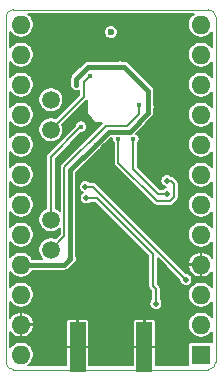
<source format=gbr>
%TF.GenerationSoftware,KiCad,Pcbnew,5.1.5+dfsg1-2~bpo10+1*%
%TF.CreationDate,Date%
%TF.ProjectId,ProMicro_GPS,50726f4d-6963-4726-9f5f-4750532e6b69,v3.1*%
%TF.SameCoordinates,Original*%
%TF.FileFunction,Copper,L2,Bot*%
%TF.FilePolarity,Positive*%
%FSLAX45Y45*%
G04 Gerber Fmt 4.5, Leading zero omitted, Abs format (unit mm)*
G04 Created by KiCad*
%MOMM*%
%LPD*%
G04 APERTURE LIST*
%ADD10C,0.100000*%
%ADD11O,1.600000X1.600000*%
%ADD12R,1.600000X1.600000*%
%ADD13C,0.600000*%
%ADD14C,1.500000*%
%ADD15R,1.350000X4.200000*%
%ADD16C,0.450000*%
%ADD17C,0.500000*%
%ADD18C,0.400000*%
%ADD19C,0.200000*%
%ADD20C,0.200000*%
%ADD21C,0.350000*%
G04 APERTURE END LIST*
D10*
X127000Y2857500D02*
X127000Y-63500D01*
X-1587500Y-127000D02*
G75*
G02X-1651000Y-63500I0J63500D01*
G01*
X-1651000Y2857500D02*
G75*
G02X-1587500Y2921000I63500J0D01*
G01*
X63500Y2921000D02*
G75*
G02X127000Y2857500I0J-63500D01*
G01*
X127000Y-63500D02*
G75*
G02X63500Y-127000I-63500J0D01*
G01*
X-1587500Y2921000D02*
X63500Y2921000D01*
X-1651000Y-63500D02*
X-1651000Y2857500D01*
X63500Y-127000D02*
X-1587500Y-127000D01*
D11*
X-1524000Y0D03*
X-1524000Y254000D03*
X-1524000Y508000D03*
X0Y2794000D03*
X-1524000Y762000D03*
X0Y2540000D03*
X-1524000Y1016000D03*
X0Y2286000D03*
X-1524000Y1270000D03*
X0Y2032000D03*
X-1524000Y1524000D03*
X0Y1778000D03*
X-1524000Y1778000D03*
X0Y1524000D03*
X-1524000Y2032000D03*
X0Y1270000D03*
X-1524000Y2286000D03*
X0Y1016000D03*
X-1524000Y2540000D03*
X0Y762000D03*
X-1524000Y2794000D03*
X0Y508000D03*
X0Y254000D03*
D12*
X0Y0D03*
D13*
X-762000Y2730500D03*
D14*
X-1270000Y889000D03*
X-1270000Y1143000D03*
X-1270000Y1905000D03*
X-1270000Y2159000D03*
D15*
X-479500Y63500D03*
X-1044500Y63500D03*
D16*
X-1168400Y1689100D03*
D17*
X-838200Y292100D03*
X-685800Y292100D03*
X-635000Y203200D03*
X-889000Y203200D03*
X-431800Y1041400D03*
X-825500Y635000D03*
X-1003300Y609600D03*
X-1219200Y406400D03*
X-812800Y1117600D03*
X-698500Y1016000D03*
X-114300Y1651000D03*
X-546100Y1155700D03*
X-660400Y1270000D03*
X-571500Y889000D03*
X-952500Y762000D03*
X-762000Y698500D03*
X-698500Y762000D03*
X-635000Y825500D03*
X-762000Y952500D03*
X-825500Y889000D03*
X-889000Y825500D03*
X-571500Y635000D03*
X-508000Y698500D03*
X-444500Y1257300D03*
X-342900Y215900D03*
X-1181100Y215900D03*
X-431800Y1536700D03*
X-774700Y1384300D03*
X-1219200Y596900D03*
X-349250Y609600D03*
D16*
X-946150Y1974850D03*
X-1028700Y1524000D03*
X-1028700Y1079500D03*
X-889000Y1638300D03*
X-660400Y1485900D03*
X-571500Y1397000D03*
X-508000Y1638300D03*
X-482600Y1879600D03*
X-889000Y2514600D03*
X-774700Y2514600D03*
X-63500Y2159000D03*
X-381000Y2286000D03*
X-1104900Y1968500D03*
X-1397000Y2413000D03*
X-1397000Y2667000D03*
X-127000Y2667000D03*
X-127000Y1905000D03*
X-1104900Y2209800D03*
D17*
X-1105101Y813000D03*
D16*
X-685800Y2438400D03*
X-889000Y1778000D03*
X-444500Y2095500D03*
X-1054100Y2286000D03*
X-1016000Y1930400D03*
X-524128Y2111634D03*
X-939800Y2362200D03*
D17*
X-971550Y1327150D03*
X-381000Y431800D03*
X-287000Y1473000D03*
D16*
X-698500Y1823449D03*
D17*
X-287000Y1363000D03*
D16*
X-571500Y1823449D03*
D17*
X-127000Y635000D03*
X-977900Y1422400D03*
D18*
X-1524000Y762000D02*
X-1156101Y762000D01*
X-1156101Y762000D02*
X-1130101Y788000D01*
X-1130101Y788000D02*
X-1105101Y813000D01*
X-1104900Y1562100D02*
X-889000Y1778000D01*
X-1104900Y1524000D02*
X-1104900Y1562100D01*
X-1105101Y1523799D02*
X-1104900Y1524000D01*
X-1105101Y813000D02*
X-1105101Y1523799D01*
X-603250Y1885950D02*
X-444500Y2044700D01*
X-781050Y1885950D02*
X-603250Y1885950D01*
X-889000Y1778000D02*
X-781050Y1885950D01*
X-444500Y2044700D02*
X-444500Y2095500D01*
X-952500Y2438400D02*
X-1054100Y2336800D01*
X-685800Y2438400D02*
X-952500Y2438400D01*
X-1054100Y2317820D02*
X-1054100Y2286000D01*
X-1054100Y2336800D02*
X-1054100Y2317820D01*
X-647700Y2438400D02*
X-685800Y2438400D01*
X-444500Y2235200D02*
X-647700Y2438400D01*
X-444500Y2095500D02*
X-444500Y2235200D01*
D19*
X-1270000Y1143000D02*
X-1270000Y1676400D01*
X-1270000Y1676400D02*
X-1038500Y1907900D01*
X-1038500Y1907900D02*
X-1016000Y1930400D01*
X-1155700Y1003300D02*
X-1270000Y889000D01*
X-1155700Y1587500D02*
X-1155700Y1003300D01*
X-804701Y1938499D02*
X-1155700Y1587500D01*
X-621413Y1938499D02*
X-804701Y1938499D01*
X-524128Y2035784D02*
X-621413Y1938499D01*
X-524128Y2111634D02*
X-524128Y2035784D01*
X-939800Y2362200D02*
X-990600Y2311400D01*
X-990600Y2311400D02*
X-990600Y2184400D01*
X-990600Y2184400D02*
X-1270000Y1905000D01*
X-381000Y558800D02*
X-381000Y431800D01*
X-406000Y583800D02*
X-381000Y558800D01*
X-406000Y850500D02*
X-406000Y583800D01*
X-882650Y1327150D02*
X-406000Y850500D01*
X-971550Y1327150D02*
X-882650Y1327150D01*
X-698500Y1625600D02*
X-698500Y1791629D01*
X-698500Y1791629D02*
X-698500Y1823449D01*
X-260350Y1301750D02*
X-374650Y1301750D01*
X-228600Y1333500D02*
X-260350Y1301750D01*
X-228600Y1447800D02*
X-228600Y1333500D01*
X-374650Y1301750D02*
X-698500Y1625600D01*
X-253800Y1473000D02*
X-228600Y1447800D01*
X-287000Y1473000D02*
X-253800Y1473000D01*
X-571500Y1569600D02*
X-571500Y1823449D01*
X-364900Y1363000D02*
X-571500Y1569600D01*
X-287000Y1363000D02*
X-364900Y1363000D01*
X-914400Y1422400D02*
X-977900Y1422400D01*
X-127000Y635000D02*
X-914400Y1422400D01*
G36*
X-70121Y2879442D02*
G01*
X-85443Y2864121D01*
X-97481Y2846104D01*
X-105773Y2826086D01*
X-110000Y2804834D01*
X-110000Y2783166D01*
X-105773Y2761914D01*
X-97481Y2741896D01*
X-85443Y2723879D01*
X-70121Y2708558D01*
X-52104Y2696519D01*
X-32086Y2688227D01*
X-10834Y2684000D01*
X10834Y2684000D01*
X32086Y2688227D01*
X52104Y2696519D01*
X70121Y2708558D01*
X85443Y2723879D01*
X92000Y2733693D01*
X92000Y2600307D01*
X85443Y2610121D01*
X70121Y2625443D01*
X52104Y2637481D01*
X32086Y2645773D01*
X10834Y2650000D01*
X-10834Y2650000D01*
X-32086Y2645773D01*
X-52104Y2637481D01*
X-70121Y2625443D01*
X-85443Y2610121D01*
X-97481Y2592105D01*
X-105773Y2572086D01*
X-110000Y2550834D01*
X-110000Y2529166D01*
X-105773Y2507914D01*
X-97481Y2487896D01*
X-85443Y2469879D01*
X-70121Y2454558D01*
X-52104Y2442519D01*
X-32086Y2434227D01*
X-10834Y2430000D01*
X10834Y2430000D01*
X32086Y2434227D01*
X52104Y2442519D01*
X70121Y2454558D01*
X85443Y2469879D01*
X92000Y2479693D01*
X92000Y2346307D01*
X85443Y2356121D01*
X70121Y2371443D01*
X52104Y2383481D01*
X32086Y2391773D01*
X10834Y2396000D01*
X-10834Y2396000D01*
X-32086Y2391773D01*
X-52104Y2383481D01*
X-70121Y2371443D01*
X-85443Y2356121D01*
X-97481Y2338105D01*
X-105773Y2318086D01*
X-110000Y2296834D01*
X-110000Y2275166D01*
X-105773Y2253914D01*
X-97481Y2233896D01*
X-85443Y2215879D01*
X-70121Y2200558D01*
X-52104Y2188519D01*
X-32086Y2180227D01*
X-10834Y2176000D01*
X10834Y2176000D01*
X32086Y2180227D01*
X52104Y2188519D01*
X70121Y2200558D01*
X85443Y2215879D01*
X92000Y2225693D01*
X92000Y2092307D01*
X85443Y2102121D01*
X70121Y2117443D01*
X52104Y2129481D01*
X32086Y2137773D01*
X10834Y2142000D01*
X-10834Y2142000D01*
X-32086Y2137773D01*
X-52104Y2129481D01*
X-70121Y2117443D01*
X-85443Y2102121D01*
X-97481Y2084104D01*
X-105773Y2064086D01*
X-110000Y2042834D01*
X-110000Y2021166D01*
X-105773Y1999914D01*
X-97481Y1979895D01*
X-85443Y1961879D01*
X-70121Y1946557D01*
X-52104Y1934519D01*
X-32086Y1926227D01*
X-10834Y1922000D01*
X10834Y1922000D01*
X32086Y1926227D01*
X52104Y1934519D01*
X70121Y1946557D01*
X85443Y1961879D01*
X92000Y1971693D01*
X92000Y1838307D01*
X85443Y1848121D01*
X70121Y1863442D01*
X52104Y1875481D01*
X32086Y1883773D01*
X10834Y1888000D01*
X-10834Y1888000D01*
X-32086Y1883773D01*
X-52104Y1875481D01*
X-70121Y1863442D01*
X-85443Y1848121D01*
X-97481Y1830104D01*
X-105773Y1810086D01*
X-110000Y1788834D01*
X-110000Y1767166D01*
X-105773Y1745914D01*
X-97481Y1725895D01*
X-85443Y1707879D01*
X-70121Y1692557D01*
X-52104Y1680519D01*
X-32086Y1672227D01*
X-10834Y1668000D01*
X10834Y1668000D01*
X32086Y1672227D01*
X52104Y1680519D01*
X70121Y1692557D01*
X85443Y1707879D01*
X92000Y1717693D01*
X92000Y1584307D01*
X85443Y1594121D01*
X70121Y1609442D01*
X52104Y1621481D01*
X32086Y1629773D01*
X10834Y1634000D01*
X-10834Y1634000D01*
X-32086Y1629773D01*
X-52104Y1621481D01*
X-70121Y1609442D01*
X-85443Y1594121D01*
X-97481Y1576104D01*
X-105773Y1556086D01*
X-110000Y1534834D01*
X-110000Y1513166D01*
X-105773Y1491914D01*
X-97481Y1471895D01*
X-85443Y1453879D01*
X-70121Y1438557D01*
X-52104Y1426519D01*
X-32086Y1418227D01*
X-10834Y1414000D01*
X10834Y1414000D01*
X32086Y1418227D01*
X52104Y1426519D01*
X70121Y1438557D01*
X85443Y1453879D01*
X92000Y1463693D01*
X92000Y1330307D01*
X85443Y1340121D01*
X70121Y1355443D01*
X52104Y1367481D01*
X32086Y1375773D01*
X10834Y1380000D01*
X-10834Y1380000D01*
X-32086Y1375773D01*
X-52104Y1367481D01*
X-70121Y1355443D01*
X-85443Y1340121D01*
X-97481Y1322105D01*
X-105773Y1302086D01*
X-110000Y1280834D01*
X-110000Y1259166D01*
X-105773Y1237914D01*
X-97481Y1217896D01*
X-85443Y1199879D01*
X-70121Y1184558D01*
X-52104Y1172519D01*
X-32086Y1164227D01*
X-10834Y1160000D01*
X10834Y1160000D01*
X32086Y1164227D01*
X52104Y1172519D01*
X70121Y1184558D01*
X85443Y1199879D01*
X92000Y1209693D01*
X92000Y1076307D01*
X85443Y1086121D01*
X70121Y1101443D01*
X52104Y1113481D01*
X32086Y1121773D01*
X10834Y1126000D01*
X-10834Y1126000D01*
X-32086Y1121773D01*
X-52104Y1113481D01*
X-70121Y1101443D01*
X-85443Y1086121D01*
X-97481Y1068105D01*
X-105773Y1048086D01*
X-110000Y1026834D01*
X-110000Y1005166D01*
X-105773Y983914D01*
X-97481Y963895D01*
X-85443Y945879D01*
X-70121Y930557D01*
X-52104Y918519D01*
X-32086Y910227D01*
X-10834Y906000D01*
X10834Y906000D01*
X32086Y910227D01*
X52104Y918519D01*
X70121Y930557D01*
X85443Y945879D01*
X92000Y955693D01*
X92000Y821808D01*
X90438Y824617D01*
X76485Y841058D01*
X59592Y854460D01*
X40409Y864309D01*
X19673Y870227D01*
X2500Y864472D01*
X2500Y764500D01*
X4500Y764500D01*
X4500Y759500D01*
X2500Y759500D01*
X2500Y659528D01*
X19673Y653773D01*
X40409Y659691D01*
X59592Y669540D01*
X76485Y682942D01*
X90438Y699383D01*
X92000Y702192D01*
X92000Y568307D01*
X85443Y578121D01*
X70121Y593443D01*
X52104Y605481D01*
X32086Y613773D01*
X10834Y618000D01*
X-10834Y618000D01*
X-32086Y613773D01*
X-52104Y605481D01*
X-70121Y593443D01*
X-85443Y578121D01*
X-97481Y560105D01*
X-105773Y540086D01*
X-110000Y518834D01*
X-110000Y497166D01*
X-105773Y475914D01*
X-97481Y455895D01*
X-85443Y437879D01*
X-70121Y422557D01*
X-52104Y410519D01*
X-32086Y402227D01*
X-10834Y398000D01*
X10834Y398000D01*
X32086Y402227D01*
X52104Y410519D01*
X70121Y422557D01*
X85443Y437879D01*
X92000Y447693D01*
X92000Y314307D01*
X85443Y324121D01*
X70121Y339443D01*
X52104Y351481D01*
X32086Y359773D01*
X10834Y364000D01*
X-10834Y364000D01*
X-32086Y359773D01*
X-52104Y351481D01*
X-70121Y339443D01*
X-85443Y324121D01*
X-97481Y306105D01*
X-105773Y286086D01*
X-110000Y264834D01*
X-110000Y243166D01*
X-105773Y221914D01*
X-97481Y201895D01*
X-85443Y183879D01*
X-70121Y168558D01*
X-52104Y156519D01*
X-32086Y148227D01*
X-10834Y144000D01*
X10834Y144000D01*
X32086Y148227D01*
X52104Y156519D01*
X70121Y168558D01*
X85443Y183879D01*
X92000Y193693D01*
X92000Y107602D01*
X91536Y107850D01*
X85881Y109566D01*
X80000Y110145D01*
X-80000Y110145D01*
X-85881Y109566D01*
X-91536Y107850D01*
X-96748Y105065D01*
X-101316Y101316D01*
X-105065Y96748D01*
X-107850Y91536D01*
X-109566Y85881D01*
X-110145Y80000D01*
X-110145Y-80000D01*
X-109566Y-85881D01*
X-107850Y-91536D01*
X-107602Y-92000D01*
X-381894Y-92000D01*
X-382000Y53500D01*
X-389500Y61000D01*
X-477000Y61000D01*
X-477000Y59000D01*
X-482000Y59000D01*
X-482000Y61000D01*
X-569500Y61000D01*
X-577000Y53500D01*
X-577106Y-92000D01*
X-946894Y-92000D01*
X-947000Y53500D01*
X-954500Y61000D01*
X-1042000Y61000D01*
X-1042000Y59000D01*
X-1047000Y59000D01*
X-1047000Y61000D01*
X-1134500Y61000D01*
X-1142000Y53500D01*
X-1142106Y-92000D01*
X-1463693Y-92000D01*
X-1453879Y-85443D01*
X-1438557Y-70121D01*
X-1426519Y-52104D01*
X-1418227Y-32086D01*
X-1414000Y-10834D01*
X-1414000Y10834D01*
X-1418227Y32086D01*
X-1426519Y52104D01*
X-1438557Y70121D01*
X-1453879Y85443D01*
X-1471895Y97481D01*
X-1491914Y105773D01*
X-1513166Y110000D01*
X-1534834Y110000D01*
X-1556086Y105773D01*
X-1576104Y97481D01*
X-1594121Y85443D01*
X-1609442Y70121D01*
X-1616000Y60307D01*
X-1616000Y194192D01*
X-1614438Y191383D01*
X-1600485Y174942D01*
X-1583592Y161540D01*
X-1564409Y151691D01*
X-1543673Y145773D01*
X-1526500Y151528D01*
X-1526500Y251500D01*
X-1521500Y251500D01*
X-1521500Y151528D01*
X-1504327Y145773D01*
X-1483591Y151691D01*
X-1464408Y161540D01*
X-1447515Y174942D01*
X-1433562Y191383D01*
X-1423083Y210230D01*
X-1416483Y230759D01*
X-1415773Y234327D01*
X-1421530Y251500D01*
X-1521500Y251500D01*
X-1526500Y251500D01*
X-1528500Y251500D01*
X-1528500Y256500D01*
X-1526500Y256500D01*
X-1526500Y356472D01*
X-1521500Y356472D01*
X-1521500Y256500D01*
X-1421530Y256500D01*
X-1415831Y273500D01*
X-1142145Y273500D01*
X-1142000Y73500D01*
X-1134500Y66000D01*
X-1047000Y66000D01*
X-1047000Y296000D01*
X-1042000Y296000D01*
X-1042000Y66000D01*
X-954500Y66000D01*
X-947000Y73500D01*
X-946855Y273500D01*
X-577145Y273500D01*
X-577000Y73500D01*
X-569500Y66000D01*
X-482000Y66000D01*
X-482000Y296000D01*
X-477000Y296000D01*
X-477000Y66000D01*
X-389500Y66000D01*
X-382000Y73500D01*
X-381855Y273500D01*
X-382434Y279381D01*
X-384149Y285036D01*
X-386935Y290248D01*
X-390684Y294816D01*
X-395252Y298565D01*
X-400464Y301351D01*
X-406119Y303066D01*
X-412000Y303645D01*
X-469500Y303500D01*
X-477000Y296000D01*
X-482000Y296000D01*
X-489500Y303500D01*
X-547000Y303645D01*
X-552881Y303066D01*
X-558536Y301351D01*
X-563748Y298565D01*
X-568316Y294816D01*
X-572065Y290248D01*
X-574851Y285036D01*
X-576566Y279381D01*
X-577145Y273500D01*
X-946855Y273500D01*
X-947434Y279381D01*
X-949149Y285036D01*
X-951935Y290248D01*
X-955684Y294816D01*
X-960252Y298565D01*
X-965464Y301351D01*
X-971119Y303066D01*
X-977000Y303645D01*
X-1034500Y303500D01*
X-1042000Y296000D01*
X-1047000Y296000D01*
X-1054500Y303500D01*
X-1112000Y303645D01*
X-1117881Y303066D01*
X-1123536Y301351D01*
X-1128748Y298565D01*
X-1133316Y294816D01*
X-1137065Y290248D01*
X-1139851Y285036D01*
X-1141566Y279381D01*
X-1142145Y273500D01*
X-1415831Y273500D01*
X-1415773Y273673D01*
X-1416483Y277241D01*
X-1423083Y297770D01*
X-1433562Y316617D01*
X-1447515Y333058D01*
X-1464408Y346460D01*
X-1483591Y356309D01*
X-1504327Y362227D01*
X-1521500Y356472D01*
X-1526500Y356472D01*
X-1543673Y362227D01*
X-1564409Y356309D01*
X-1583592Y346460D01*
X-1600485Y333058D01*
X-1614438Y316617D01*
X-1616000Y313808D01*
X-1616000Y447693D01*
X-1609442Y437879D01*
X-1594121Y422557D01*
X-1576104Y410519D01*
X-1556086Y402227D01*
X-1534834Y398000D01*
X-1513166Y398000D01*
X-1491914Y402227D01*
X-1471895Y410519D01*
X-1453879Y422557D01*
X-1438557Y437879D01*
X-1426519Y455895D01*
X-1418227Y475914D01*
X-1414000Y497166D01*
X-1414000Y518834D01*
X-1418227Y540086D01*
X-1426519Y560105D01*
X-1438557Y578121D01*
X-1453879Y593443D01*
X-1471895Y605481D01*
X-1491914Y613773D01*
X-1513166Y618000D01*
X-1534834Y618000D01*
X-1556086Y613773D01*
X-1576104Y605481D01*
X-1594121Y593443D01*
X-1609442Y578121D01*
X-1616000Y568307D01*
X-1616000Y701693D01*
X-1609442Y691879D01*
X-1594121Y676558D01*
X-1576104Y664519D01*
X-1556086Y656227D01*
X-1534834Y652000D01*
X-1513166Y652000D01*
X-1491914Y656227D01*
X-1471895Y664519D01*
X-1453879Y676558D01*
X-1438557Y691879D01*
X-1426519Y709895D01*
X-1425648Y712000D01*
X-1158557Y712000D01*
X-1156101Y711758D01*
X-1153645Y712000D01*
X-1146299Y712723D01*
X-1136874Y715582D01*
X-1128188Y720225D01*
X-1120574Y726474D01*
X-1119008Y728382D01*
X-1086017Y761373D01*
X-1079048Y764260D01*
X-1070040Y770279D01*
X-1062379Y777940D01*
X-1056360Y786948D01*
X-1052214Y796957D01*
X-1050101Y807583D01*
X-1050101Y818417D01*
X-1052214Y829043D01*
X-1055101Y836011D01*
X-1055101Y1427817D01*
X-1032900Y1427817D01*
X-1032900Y1416983D01*
X-1030786Y1406357D01*
X-1026640Y1396348D01*
X-1020621Y1387340D01*
X-1012960Y1379679D01*
X-1003952Y1373660D01*
X-1002093Y1372890D01*
X-1006610Y1369871D01*
X-1014271Y1362210D01*
X-1020290Y1353202D01*
X-1024436Y1343193D01*
X-1026550Y1332567D01*
X-1026550Y1321733D01*
X-1024436Y1311107D01*
X-1020290Y1301098D01*
X-1014271Y1292090D01*
X-1006610Y1284429D01*
X-997602Y1278410D01*
X-987593Y1274264D01*
X-976967Y1272150D01*
X-966133Y1272150D01*
X-955507Y1274264D01*
X-945498Y1278410D01*
X-936490Y1284429D01*
X-933768Y1287150D01*
X-899218Y1287150D01*
X-446000Y833931D01*
X-446000Y585766D01*
X-446193Y583800D01*
X-445421Y575959D01*
X-443134Y568419D01*
X-439420Y561470D01*
X-435673Y556905D01*
X-435673Y556905D01*
X-434421Y555379D01*
X-432895Y554127D01*
X-421000Y542232D01*
X-421000Y469582D01*
X-423721Y466860D01*
X-429740Y457852D01*
X-433886Y447843D01*
X-436000Y437217D01*
X-436000Y426383D01*
X-433886Y415757D01*
X-429740Y405748D01*
X-423721Y396740D01*
X-416060Y389079D01*
X-407052Y383060D01*
X-397043Y378914D01*
X-386417Y376800D01*
X-375583Y376800D01*
X-364957Y378914D01*
X-354948Y383060D01*
X-345940Y389079D01*
X-338279Y396740D01*
X-332260Y405748D01*
X-328114Y415757D01*
X-326000Y426383D01*
X-326000Y437217D01*
X-328114Y447843D01*
X-332260Y457852D01*
X-338279Y466860D01*
X-341000Y469582D01*
X-341000Y556835D01*
X-340807Y558800D01*
X-341579Y566641D01*
X-343866Y574181D01*
X-343866Y574181D01*
X-347580Y581130D01*
X-352579Y587221D01*
X-354105Y588474D01*
X-366000Y600368D01*
X-366000Y817431D01*
X-182000Y633432D01*
X-182000Y629583D01*
X-179886Y618957D01*
X-175740Y608948D01*
X-169721Y599940D01*
X-162060Y592279D01*
X-153052Y586260D01*
X-143043Y582114D01*
X-132417Y580000D01*
X-121583Y580000D01*
X-110957Y582114D01*
X-100948Y586260D01*
X-91940Y592279D01*
X-84279Y599940D01*
X-78260Y608948D01*
X-74114Y618957D01*
X-72000Y629583D01*
X-72000Y640417D01*
X-74114Y651043D01*
X-78260Y661052D01*
X-84279Y670060D01*
X-91940Y677721D01*
X-100948Y683740D01*
X-110957Y687886D01*
X-121583Y690000D01*
X-125431Y690000D01*
X-177759Y742327D01*
X-108227Y742327D01*
X-107517Y738759D01*
X-100917Y718230D01*
X-90438Y699383D01*
X-76485Y682942D01*
X-59592Y669540D01*
X-40409Y659691D01*
X-19673Y653773D01*
X-2500Y659528D01*
X-2500Y759500D01*
X-102469Y759500D01*
X-108227Y742327D01*
X-177759Y742327D01*
X-217104Y781673D01*
X-108227Y781673D01*
X-102469Y764500D01*
X-2500Y764500D01*
X-2500Y864472D01*
X-19673Y870227D01*
X-40409Y864309D01*
X-59592Y854460D01*
X-76485Y841058D01*
X-90438Y824617D01*
X-100917Y805770D01*
X-107517Y785241D01*
X-108227Y781673D01*
X-217104Y781673D01*
X-884726Y1449295D01*
X-885979Y1450821D01*
X-892070Y1455820D01*
X-899019Y1459534D01*
X-906559Y1461821D01*
X-912435Y1462400D01*
X-912435Y1462400D01*
X-914400Y1462593D01*
X-916365Y1462400D01*
X-940118Y1462400D01*
X-942840Y1465121D01*
X-951848Y1471140D01*
X-961857Y1475286D01*
X-972483Y1477400D01*
X-983317Y1477400D01*
X-993943Y1475286D01*
X-1003952Y1471140D01*
X-1012960Y1465121D01*
X-1020621Y1457460D01*
X-1026640Y1448452D01*
X-1030786Y1438443D01*
X-1032900Y1427817D01*
X-1055101Y1427817D01*
X-1055101Y1519507D01*
X-1054900Y1521544D01*
X-1054900Y1521544D01*
X-1054658Y1524000D01*
X-1054900Y1526456D01*
X-1054900Y1541389D01*
X-865297Y1730993D01*
X-864132Y1731475D01*
X-855533Y1737221D01*
X-848221Y1744533D01*
X-842475Y1753132D01*
X-841992Y1754297D01*
X-760339Y1835950D01*
X-749542Y1835950D01*
X-751000Y1828620D01*
X-751000Y1818278D01*
X-748982Y1808135D01*
X-745025Y1798581D01*
X-739279Y1789982D01*
X-738500Y1789203D01*
X-738500Y1627565D01*
X-738693Y1625600D01*
X-738500Y1623635D01*
X-737921Y1617759D01*
X-735634Y1610219D01*
X-731920Y1603270D01*
X-726921Y1597179D01*
X-725395Y1595926D01*
X-404324Y1274855D01*
X-403071Y1273329D01*
X-401545Y1272077D01*
X-396980Y1268330D01*
X-390031Y1264616D01*
X-382491Y1262329D01*
X-374650Y1261557D01*
X-372685Y1261750D01*
X-262315Y1261750D01*
X-260350Y1261557D01*
X-258385Y1261750D01*
X-258385Y1261750D01*
X-252509Y1262329D01*
X-244969Y1264616D01*
X-238020Y1268330D01*
X-231929Y1273329D01*
X-230676Y1274855D01*
X-201705Y1303827D01*
X-200179Y1305079D01*
X-196476Y1309591D01*
X-195180Y1311170D01*
X-191466Y1318119D01*
X-189179Y1325659D01*
X-188885Y1328645D01*
X-188600Y1331535D01*
X-188406Y1333500D01*
X-188600Y1335465D01*
X-188600Y1445835D01*
X-188406Y1447800D01*
X-189179Y1455641D01*
X-191466Y1463181D01*
X-195180Y1470130D01*
X-197535Y1473000D01*
X-200179Y1476221D01*
X-201705Y1477474D01*
X-224126Y1499895D01*
X-225379Y1501421D01*
X-231470Y1506420D01*
X-238419Y1510134D01*
X-245959Y1512421D01*
X-248932Y1512714D01*
X-251940Y1515721D01*
X-260948Y1521740D01*
X-270957Y1525886D01*
X-281583Y1528000D01*
X-292417Y1528000D01*
X-303043Y1525886D01*
X-313052Y1521740D01*
X-322060Y1515721D01*
X-329721Y1508060D01*
X-335740Y1499052D01*
X-339886Y1489043D01*
X-342000Y1478417D01*
X-342000Y1467583D01*
X-339886Y1456957D01*
X-335740Y1446948D01*
X-329721Y1437940D01*
X-322060Y1430279D01*
X-313052Y1424260D01*
X-303043Y1420114D01*
X-292417Y1418000D01*
X-303043Y1415886D01*
X-313052Y1411740D01*
X-322060Y1405721D01*
X-324782Y1403000D01*
X-348332Y1403000D01*
X-531500Y1586168D01*
X-531500Y1789203D01*
X-530721Y1789982D01*
X-524975Y1798581D01*
X-521018Y1808135D01*
X-519000Y1818278D01*
X-519000Y1828620D01*
X-521018Y1838763D01*
X-524975Y1848317D01*
X-530721Y1856916D01*
X-538033Y1864228D01*
X-546632Y1869974D01*
X-547964Y1870526D01*
X-410882Y2007607D01*
X-408974Y2009174D01*
X-402725Y2016787D01*
X-398082Y2025473D01*
X-395223Y2034898D01*
X-394500Y2042244D01*
X-394500Y2042244D01*
X-394258Y2044700D01*
X-394500Y2047156D01*
X-394500Y2079022D01*
X-394018Y2080186D01*
X-392000Y2090329D01*
X-392000Y2100671D01*
X-394018Y2110814D01*
X-394500Y2111978D01*
X-394500Y2232744D01*
X-394258Y2235200D01*
X-395223Y2245002D01*
X-397361Y2252050D01*
X-398082Y2254427D01*
X-402725Y2263113D01*
X-408974Y2270726D01*
X-410882Y2272293D01*
X-610607Y2472018D01*
X-612174Y2473926D01*
X-619787Y2480175D01*
X-628473Y2484818D01*
X-637898Y2487677D01*
X-645244Y2488400D01*
X-647700Y2488642D01*
X-650156Y2488400D01*
X-669322Y2488400D01*
X-670486Y2488882D01*
X-680629Y2490900D01*
X-690971Y2490900D01*
X-701114Y2488882D01*
X-702278Y2488400D01*
X-950044Y2488400D01*
X-952500Y2488642D01*
X-962302Y2487677D01*
X-965161Y2486809D01*
X-971727Y2484818D01*
X-980413Y2480175D01*
X-988026Y2473926D01*
X-989592Y2472018D01*
X-1087718Y2373893D01*
X-1089626Y2372326D01*
X-1095875Y2364713D01*
X-1100518Y2356027D01*
X-1101862Y2351594D01*
X-1103377Y2346602D01*
X-1104342Y2336800D01*
X-1104100Y2334344D01*
X-1104100Y2302478D01*
X-1104582Y2301314D01*
X-1106600Y2291171D01*
X-1106600Y2280829D01*
X-1104582Y2270686D01*
X-1100625Y2261132D01*
X-1094879Y2252533D01*
X-1087567Y2245221D01*
X-1078968Y2239475D01*
X-1069414Y2235518D01*
X-1059271Y2233500D01*
X-1048929Y2233500D01*
X-1038786Y2235518D01*
X-1030600Y2238908D01*
X-1030600Y2200969D01*
X-1229636Y2001932D01*
X-1239373Y2005965D01*
X-1259658Y2010000D01*
X-1280342Y2010000D01*
X-1300627Y2005965D01*
X-1319736Y1998050D01*
X-1336934Y1986559D01*
X-1351559Y1971934D01*
X-1363050Y1954736D01*
X-1370965Y1935627D01*
X-1375000Y1915342D01*
X-1375000Y1894658D01*
X-1370965Y1874373D01*
X-1363050Y1855264D01*
X-1351559Y1838066D01*
X-1336934Y1823441D01*
X-1319736Y1811950D01*
X-1300627Y1804035D01*
X-1280342Y1800000D01*
X-1259658Y1800000D01*
X-1239373Y1804035D01*
X-1220264Y1811950D01*
X-1203066Y1823441D01*
X-1188441Y1838066D01*
X-1176950Y1855264D01*
X-1169035Y1874373D01*
X-1165000Y1894658D01*
X-1165000Y1915342D01*
X-1169035Y1935627D01*
X-1173068Y1945364D01*
X-963705Y2154726D01*
X-962500Y2155715D01*
X-962500Y2032000D01*
X-962308Y2030049D01*
X-961739Y2028173D01*
X-960815Y2026444D01*
X-959571Y2024929D01*
X-896071Y1961429D01*
X-894556Y1960185D01*
X-892827Y1959261D01*
X-890951Y1958692D01*
X-889000Y1958500D01*
X-841268Y1958500D01*
X-1182595Y1617174D01*
X-1184121Y1615921D01*
X-1189120Y1609830D01*
X-1192834Y1602881D01*
X-1194101Y1598705D01*
X-1195121Y1595341D01*
X-1195894Y1587500D01*
X-1195700Y1585535D01*
X-1195700Y1217192D01*
X-1203066Y1224559D01*
X-1220264Y1236050D01*
X-1230000Y1240083D01*
X-1230000Y1659831D01*
X-1011931Y1877900D01*
X-1010829Y1877900D01*
X-1000686Y1879918D01*
X-991132Y1883875D01*
X-982533Y1889621D01*
X-975221Y1896933D01*
X-969475Y1905532D01*
X-965518Y1915086D01*
X-963500Y1925229D01*
X-963500Y1935571D01*
X-965518Y1945714D01*
X-969475Y1955268D01*
X-975221Y1963867D01*
X-982533Y1971179D01*
X-991132Y1976925D01*
X-1000686Y1980882D01*
X-1010829Y1982900D01*
X-1021171Y1982900D01*
X-1031314Y1980882D01*
X-1040868Y1976925D01*
X-1049467Y1971179D01*
X-1056779Y1963867D01*
X-1062525Y1955268D01*
X-1066482Y1945714D01*
X-1068500Y1935571D01*
X-1068500Y1934469D01*
X-1296895Y1706073D01*
X-1298421Y1704821D01*
X-1299673Y1703295D01*
X-1299674Y1703295D01*
X-1303420Y1698730D01*
X-1307134Y1691781D01*
X-1309421Y1684241D01*
X-1310194Y1676400D01*
X-1310000Y1674434D01*
X-1310000Y1240083D01*
X-1319736Y1236050D01*
X-1336934Y1224559D01*
X-1351559Y1209934D01*
X-1363050Y1192736D01*
X-1370965Y1173627D01*
X-1375000Y1153342D01*
X-1375000Y1132658D01*
X-1370965Y1112373D01*
X-1363050Y1093264D01*
X-1351559Y1076066D01*
X-1336934Y1061441D01*
X-1319736Y1049950D01*
X-1300627Y1042035D01*
X-1280342Y1038000D01*
X-1259658Y1038000D01*
X-1239373Y1042035D01*
X-1220264Y1049950D01*
X-1203066Y1061441D01*
X-1195700Y1068808D01*
X-1195700Y1019869D01*
X-1229636Y985932D01*
X-1239373Y989965D01*
X-1259658Y994000D01*
X-1280342Y994000D01*
X-1300627Y989965D01*
X-1319736Y982050D01*
X-1336934Y970559D01*
X-1351559Y955934D01*
X-1363050Y938736D01*
X-1370965Y919627D01*
X-1375000Y899342D01*
X-1375000Y878658D01*
X-1370965Y858373D01*
X-1363050Y839264D01*
X-1351559Y822066D01*
X-1341493Y812000D01*
X-1425648Y812000D01*
X-1426519Y814104D01*
X-1438557Y832121D01*
X-1453879Y847442D01*
X-1471895Y859481D01*
X-1491914Y867773D01*
X-1513166Y872000D01*
X-1534834Y872000D01*
X-1556086Y867773D01*
X-1576104Y859481D01*
X-1594121Y847442D01*
X-1609442Y832121D01*
X-1616000Y822307D01*
X-1616000Y955693D01*
X-1609442Y945879D01*
X-1594121Y930557D01*
X-1576104Y918519D01*
X-1556086Y910227D01*
X-1534834Y906000D01*
X-1513166Y906000D01*
X-1491914Y910227D01*
X-1471895Y918519D01*
X-1453879Y930557D01*
X-1438557Y945879D01*
X-1426519Y963895D01*
X-1418227Y983914D01*
X-1414000Y1005166D01*
X-1414000Y1026834D01*
X-1418227Y1048086D01*
X-1426519Y1068105D01*
X-1438557Y1086121D01*
X-1453879Y1101443D01*
X-1471895Y1113481D01*
X-1491914Y1121773D01*
X-1513166Y1126000D01*
X-1534834Y1126000D01*
X-1556086Y1121773D01*
X-1576104Y1113481D01*
X-1594121Y1101443D01*
X-1609442Y1086121D01*
X-1616000Y1076307D01*
X-1616000Y1209693D01*
X-1609442Y1199879D01*
X-1594121Y1184558D01*
X-1576104Y1172519D01*
X-1556086Y1164227D01*
X-1534834Y1160000D01*
X-1513166Y1160000D01*
X-1491914Y1164227D01*
X-1471895Y1172519D01*
X-1453879Y1184558D01*
X-1438557Y1199879D01*
X-1426519Y1217896D01*
X-1418227Y1237914D01*
X-1414000Y1259166D01*
X-1414000Y1280834D01*
X-1418227Y1302086D01*
X-1426519Y1322105D01*
X-1438557Y1340121D01*
X-1453879Y1355443D01*
X-1471895Y1367481D01*
X-1491914Y1375773D01*
X-1513166Y1380000D01*
X-1534834Y1380000D01*
X-1556086Y1375773D01*
X-1576104Y1367481D01*
X-1594121Y1355443D01*
X-1609442Y1340121D01*
X-1616000Y1330307D01*
X-1616000Y1463693D01*
X-1609442Y1453879D01*
X-1594121Y1438557D01*
X-1576104Y1426519D01*
X-1556086Y1418227D01*
X-1534834Y1414000D01*
X-1513166Y1414000D01*
X-1491914Y1418227D01*
X-1471895Y1426519D01*
X-1453879Y1438557D01*
X-1438557Y1453879D01*
X-1426519Y1471895D01*
X-1418227Y1491914D01*
X-1414000Y1513166D01*
X-1414000Y1534834D01*
X-1418227Y1556086D01*
X-1426519Y1576104D01*
X-1438557Y1594121D01*
X-1453879Y1609442D01*
X-1471895Y1621481D01*
X-1491914Y1629773D01*
X-1513166Y1634000D01*
X-1534834Y1634000D01*
X-1556086Y1629773D01*
X-1576104Y1621481D01*
X-1594121Y1609442D01*
X-1609442Y1594121D01*
X-1616000Y1584307D01*
X-1616000Y1717693D01*
X-1609442Y1707879D01*
X-1594121Y1692557D01*
X-1576104Y1680519D01*
X-1556086Y1672227D01*
X-1534834Y1668000D01*
X-1513166Y1668000D01*
X-1491914Y1672227D01*
X-1471895Y1680519D01*
X-1453879Y1692557D01*
X-1438557Y1707879D01*
X-1426519Y1725895D01*
X-1418227Y1745914D01*
X-1414000Y1767166D01*
X-1414000Y1788834D01*
X-1418227Y1810086D01*
X-1426519Y1830104D01*
X-1438557Y1848121D01*
X-1453879Y1863442D01*
X-1471895Y1875481D01*
X-1491914Y1883773D01*
X-1513166Y1888000D01*
X-1534834Y1888000D01*
X-1556086Y1883773D01*
X-1576104Y1875481D01*
X-1594121Y1863442D01*
X-1609442Y1848121D01*
X-1616000Y1838307D01*
X-1616000Y1971693D01*
X-1609442Y1961879D01*
X-1594121Y1946557D01*
X-1576104Y1934519D01*
X-1556086Y1926227D01*
X-1534834Y1922000D01*
X-1513166Y1922000D01*
X-1491914Y1926227D01*
X-1471895Y1934519D01*
X-1453879Y1946557D01*
X-1438557Y1961879D01*
X-1426519Y1979895D01*
X-1418227Y1999914D01*
X-1414000Y2021166D01*
X-1414000Y2042834D01*
X-1418227Y2064086D01*
X-1426519Y2084104D01*
X-1438557Y2102121D01*
X-1453879Y2117443D01*
X-1471895Y2129481D01*
X-1491914Y2137773D01*
X-1513166Y2142000D01*
X-1534834Y2142000D01*
X-1556086Y2137773D01*
X-1576104Y2129481D01*
X-1594121Y2117443D01*
X-1609442Y2102121D01*
X-1616000Y2092307D01*
X-1616000Y2169342D01*
X-1375000Y2169342D01*
X-1375000Y2148658D01*
X-1370965Y2128373D01*
X-1363050Y2109264D01*
X-1351559Y2092066D01*
X-1336934Y2077441D01*
X-1319736Y2065950D01*
X-1300627Y2058035D01*
X-1280342Y2054000D01*
X-1259658Y2054000D01*
X-1239373Y2058035D01*
X-1220264Y2065950D01*
X-1203066Y2077441D01*
X-1188441Y2092066D01*
X-1176950Y2109264D01*
X-1169035Y2128373D01*
X-1165000Y2148658D01*
X-1165000Y2169342D01*
X-1169035Y2189627D01*
X-1176950Y2208736D01*
X-1188441Y2225934D01*
X-1203066Y2240559D01*
X-1220264Y2252050D01*
X-1239373Y2259965D01*
X-1259658Y2264000D01*
X-1280342Y2264000D01*
X-1300627Y2259965D01*
X-1319736Y2252050D01*
X-1336934Y2240559D01*
X-1351559Y2225934D01*
X-1363050Y2208736D01*
X-1370965Y2189627D01*
X-1375000Y2169342D01*
X-1616000Y2169342D01*
X-1616000Y2225693D01*
X-1609442Y2215879D01*
X-1594121Y2200558D01*
X-1576104Y2188519D01*
X-1556086Y2180227D01*
X-1534834Y2176000D01*
X-1513166Y2176000D01*
X-1491914Y2180227D01*
X-1471895Y2188519D01*
X-1453879Y2200558D01*
X-1438557Y2215879D01*
X-1426519Y2233896D01*
X-1418227Y2253914D01*
X-1414000Y2275166D01*
X-1414000Y2296834D01*
X-1418227Y2318086D01*
X-1426519Y2338105D01*
X-1438557Y2356121D01*
X-1453879Y2371443D01*
X-1471895Y2383481D01*
X-1491914Y2391773D01*
X-1513166Y2396000D01*
X-1534834Y2396000D01*
X-1556086Y2391773D01*
X-1576104Y2383481D01*
X-1594121Y2371443D01*
X-1609442Y2356121D01*
X-1616000Y2346307D01*
X-1616000Y2479693D01*
X-1609442Y2469879D01*
X-1594121Y2454558D01*
X-1576104Y2442519D01*
X-1556086Y2434227D01*
X-1534834Y2430000D01*
X-1513166Y2430000D01*
X-1491914Y2434227D01*
X-1471895Y2442519D01*
X-1453879Y2454558D01*
X-1438557Y2469879D01*
X-1426519Y2487896D01*
X-1418227Y2507914D01*
X-1414000Y2529166D01*
X-1414000Y2550834D01*
X-1418227Y2572086D01*
X-1426519Y2592105D01*
X-1438557Y2610121D01*
X-1453879Y2625443D01*
X-1471895Y2637481D01*
X-1491914Y2645773D01*
X-1513166Y2650000D01*
X-1534834Y2650000D01*
X-1556086Y2645773D01*
X-1576104Y2637481D01*
X-1594121Y2625443D01*
X-1609442Y2610121D01*
X-1616000Y2600307D01*
X-1616000Y2733693D01*
X-1609442Y2723879D01*
X-1594121Y2708558D01*
X-1576104Y2696519D01*
X-1556086Y2688227D01*
X-1534834Y2684000D01*
X-1513166Y2684000D01*
X-1491914Y2688227D01*
X-1471895Y2696519D01*
X-1453879Y2708558D01*
X-1438557Y2723879D01*
X-1430185Y2736410D01*
X-822000Y2736410D01*
X-822000Y2724591D01*
X-819694Y2712999D01*
X-815171Y2702079D01*
X-808605Y2692252D01*
X-800248Y2683895D01*
X-790421Y2677329D01*
X-779501Y2672806D01*
X-767909Y2670500D01*
X-756090Y2670500D01*
X-744499Y2672806D01*
X-733579Y2677329D01*
X-723752Y2683895D01*
X-715395Y2692252D01*
X-708829Y2702079D01*
X-704306Y2712999D01*
X-702000Y2724591D01*
X-702000Y2736410D01*
X-704306Y2748001D01*
X-708829Y2758921D01*
X-715395Y2768748D01*
X-723752Y2777105D01*
X-733579Y2783671D01*
X-744499Y2788194D01*
X-756090Y2790500D01*
X-767909Y2790500D01*
X-779501Y2788194D01*
X-790421Y2783671D01*
X-800248Y2777105D01*
X-808605Y2768748D01*
X-815171Y2758921D01*
X-819694Y2748001D01*
X-822000Y2736410D01*
X-1430185Y2736410D01*
X-1426519Y2741896D01*
X-1418227Y2761914D01*
X-1414000Y2783166D01*
X-1414000Y2804834D01*
X-1418227Y2826086D01*
X-1426519Y2846104D01*
X-1438557Y2864121D01*
X-1453879Y2879442D01*
X-1463693Y2886000D01*
X-60307Y2886000D01*
X-70121Y2879442D01*
G37*
X-70121Y2879442D02*
X-85443Y2864121D01*
X-97481Y2846104D01*
X-105773Y2826086D01*
X-110000Y2804834D01*
X-110000Y2783166D01*
X-105773Y2761914D01*
X-97481Y2741896D01*
X-85443Y2723879D01*
X-70121Y2708558D01*
X-52104Y2696519D01*
X-32086Y2688227D01*
X-10834Y2684000D01*
X10834Y2684000D01*
X32086Y2688227D01*
X52104Y2696519D01*
X70121Y2708558D01*
X85443Y2723879D01*
X92000Y2733693D01*
X92000Y2600307D01*
X85443Y2610121D01*
X70121Y2625443D01*
X52104Y2637481D01*
X32086Y2645773D01*
X10834Y2650000D01*
X-10834Y2650000D01*
X-32086Y2645773D01*
X-52104Y2637481D01*
X-70121Y2625443D01*
X-85443Y2610121D01*
X-97481Y2592105D01*
X-105773Y2572086D01*
X-110000Y2550834D01*
X-110000Y2529166D01*
X-105773Y2507914D01*
X-97481Y2487896D01*
X-85443Y2469879D01*
X-70121Y2454558D01*
X-52104Y2442519D01*
X-32086Y2434227D01*
X-10834Y2430000D01*
X10834Y2430000D01*
X32086Y2434227D01*
X52104Y2442519D01*
X70121Y2454558D01*
X85443Y2469879D01*
X92000Y2479693D01*
X92000Y2346307D01*
X85443Y2356121D01*
X70121Y2371443D01*
X52104Y2383481D01*
X32086Y2391773D01*
X10834Y2396000D01*
X-10834Y2396000D01*
X-32086Y2391773D01*
X-52104Y2383481D01*
X-70121Y2371443D01*
X-85443Y2356121D01*
X-97481Y2338105D01*
X-105773Y2318086D01*
X-110000Y2296834D01*
X-110000Y2275166D01*
X-105773Y2253914D01*
X-97481Y2233896D01*
X-85443Y2215879D01*
X-70121Y2200558D01*
X-52104Y2188519D01*
X-32086Y2180227D01*
X-10834Y2176000D01*
X10834Y2176000D01*
X32086Y2180227D01*
X52104Y2188519D01*
X70121Y2200558D01*
X85443Y2215879D01*
X92000Y2225693D01*
X92000Y2092307D01*
X85443Y2102121D01*
X70121Y2117443D01*
X52104Y2129481D01*
X32086Y2137773D01*
X10834Y2142000D01*
X-10834Y2142000D01*
X-32086Y2137773D01*
X-52104Y2129481D01*
X-70121Y2117443D01*
X-85443Y2102121D01*
X-97481Y2084104D01*
X-105773Y2064086D01*
X-110000Y2042834D01*
X-110000Y2021166D01*
X-105773Y1999914D01*
X-97481Y1979895D01*
X-85443Y1961879D01*
X-70121Y1946557D01*
X-52104Y1934519D01*
X-32086Y1926227D01*
X-10834Y1922000D01*
X10834Y1922000D01*
X32086Y1926227D01*
X52104Y1934519D01*
X70121Y1946557D01*
X85443Y1961879D01*
X92000Y1971693D01*
X92000Y1838307D01*
X85443Y1848121D01*
X70121Y1863442D01*
X52104Y1875481D01*
X32086Y1883773D01*
X10834Y1888000D01*
X-10834Y1888000D01*
X-32086Y1883773D01*
X-52104Y1875481D01*
X-70121Y1863442D01*
X-85443Y1848121D01*
X-97481Y1830104D01*
X-105773Y1810086D01*
X-110000Y1788834D01*
X-110000Y1767166D01*
X-105773Y1745914D01*
X-97481Y1725895D01*
X-85443Y1707879D01*
X-70121Y1692557D01*
X-52104Y1680519D01*
X-32086Y1672227D01*
X-10834Y1668000D01*
X10834Y1668000D01*
X32086Y1672227D01*
X52104Y1680519D01*
X70121Y1692557D01*
X85443Y1707879D01*
X92000Y1717693D01*
X92000Y1584307D01*
X85443Y1594121D01*
X70121Y1609442D01*
X52104Y1621481D01*
X32086Y1629773D01*
X10834Y1634000D01*
X-10834Y1634000D01*
X-32086Y1629773D01*
X-52104Y1621481D01*
X-70121Y1609442D01*
X-85443Y1594121D01*
X-97481Y1576104D01*
X-105773Y1556086D01*
X-110000Y1534834D01*
X-110000Y1513166D01*
X-105773Y1491914D01*
X-97481Y1471895D01*
X-85443Y1453879D01*
X-70121Y1438557D01*
X-52104Y1426519D01*
X-32086Y1418227D01*
X-10834Y1414000D01*
X10834Y1414000D01*
X32086Y1418227D01*
X52104Y1426519D01*
X70121Y1438557D01*
X85443Y1453879D01*
X92000Y1463693D01*
X92000Y1330307D01*
X85443Y1340121D01*
X70121Y1355443D01*
X52104Y1367481D01*
X32086Y1375773D01*
X10834Y1380000D01*
X-10834Y1380000D01*
X-32086Y1375773D01*
X-52104Y1367481D01*
X-70121Y1355443D01*
X-85443Y1340121D01*
X-97481Y1322105D01*
X-105773Y1302086D01*
X-110000Y1280834D01*
X-110000Y1259166D01*
X-105773Y1237914D01*
X-97481Y1217896D01*
X-85443Y1199879D01*
X-70121Y1184558D01*
X-52104Y1172519D01*
X-32086Y1164227D01*
X-10834Y1160000D01*
X10834Y1160000D01*
X32086Y1164227D01*
X52104Y1172519D01*
X70121Y1184558D01*
X85443Y1199879D01*
X92000Y1209693D01*
X92000Y1076307D01*
X85443Y1086121D01*
X70121Y1101443D01*
X52104Y1113481D01*
X32086Y1121773D01*
X10834Y1126000D01*
X-10834Y1126000D01*
X-32086Y1121773D01*
X-52104Y1113481D01*
X-70121Y1101443D01*
X-85443Y1086121D01*
X-97481Y1068105D01*
X-105773Y1048086D01*
X-110000Y1026834D01*
X-110000Y1005166D01*
X-105773Y983914D01*
X-97481Y963895D01*
X-85443Y945879D01*
X-70121Y930557D01*
X-52104Y918519D01*
X-32086Y910227D01*
X-10834Y906000D01*
X10834Y906000D01*
X32086Y910227D01*
X52104Y918519D01*
X70121Y930557D01*
X85443Y945879D01*
X92000Y955693D01*
X92000Y821808D01*
X90438Y824617D01*
X76485Y841058D01*
X59592Y854460D01*
X40409Y864309D01*
X19673Y870227D01*
X2500Y864472D01*
X2500Y764500D01*
X4500Y764500D01*
X4500Y759500D01*
X2500Y759500D01*
X2500Y659528D01*
X19673Y653773D01*
X40409Y659691D01*
X59592Y669540D01*
X76485Y682942D01*
X90438Y699383D01*
X92000Y702192D01*
X92000Y568307D01*
X85443Y578121D01*
X70121Y593443D01*
X52104Y605481D01*
X32086Y613773D01*
X10834Y618000D01*
X-10834Y618000D01*
X-32086Y613773D01*
X-52104Y605481D01*
X-70121Y593443D01*
X-85443Y578121D01*
X-97481Y560105D01*
X-105773Y540086D01*
X-110000Y518834D01*
X-110000Y497166D01*
X-105773Y475914D01*
X-97481Y455895D01*
X-85443Y437879D01*
X-70121Y422557D01*
X-52104Y410519D01*
X-32086Y402227D01*
X-10834Y398000D01*
X10834Y398000D01*
X32086Y402227D01*
X52104Y410519D01*
X70121Y422557D01*
X85443Y437879D01*
X92000Y447693D01*
X92000Y314307D01*
X85443Y324121D01*
X70121Y339443D01*
X52104Y351481D01*
X32086Y359773D01*
X10834Y364000D01*
X-10834Y364000D01*
X-32086Y359773D01*
X-52104Y351481D01*
X-70121Y339443D01*
X-85443Y324121D01*
X-97481Y306105D01*
X-105773Y286086D01*
X-110000Y264834D01*
X-110000Y243166D01*
X-105773Y221914D01*
X-97481Y201895D01*
X-85443Y183879D01*
X-70121Y168558D01*
X-52104Y156519D01*
X-32086Y148227D01*
X-10834Y144000D01*
X10834Y144000D01*
X32086Y148227D01*
X52104Y156519D01*
X70121Y168558D01*
X85443Y183879D01*
X92000Y193693D01*
X92000Y107602D01*
X91536Y107850D01*
X85881Y109566D01*
X80000Y110145D01*
X-80000Y110145D01*
X-85881Y109566D01*
X-91536Y107850D01*
X-96748Y105065D01*
X-101316Y101316D01*
X-105065Y96748D01*
X-107850Y91536D01*
X-109566Y85881D01*
X-110145Y80000D01*
X-110145Y-80000D01*
X-109566Y-85881D01*
X-107850Y-91536D01*
X-107602Y-92000D01*
X-381894Y-92000D01*
X-382000Y53500D01*
X-389500Y61000D01*
X-477000Y61000D01*
X-477000Y59000D01*
X-482000Y59000D01*
X-482000Y61000D01*
X-569500Y61000D01*
X-577000Y53500D01*
X-577106Y-92000D01*
X-946894Y-92000D01*
X-947000Y53500D01*
X-954500Y61000D01*
X-1042000Y61000D01*
X-1042000Y59000D01*
X-1047000Y59000D01*
X-1047000Y61000D01*
X-1134500Y61000D01*
X-1142000Y53500D01*
X-1142106Y-92000D01*
X-1463693Y-92000D01*
X-1453879Y-85443D01*
X-1438557Y-70121D01*
X-1426519Y-52104D01*
X-1418227Y-32086D01*
X-1414000Y-10834D01*
X-1414000Y10834D01*
X-1418227Y32086D01*
X-1426519Y52104D01*
X-1438557Y70121D01*
X-1453879Y85443D01*
X-1471895Y97481D01*
X-1491914Y105773D01*
X-1513166Y110000D01*
X-1534834Y110000D01*
X-1556086Y105773D01*
X-1576104Y97481D01*
X-1594121Y85443D01*
X-1609442Y70121D01*
X-1616000Y60307D01*
X-1616000Y194192D01*
X-1614438Y191383D01*
X-1600485Y174942D01*
X-1583592Y161540D01*
X-1564409Y151691D01*
X-1543673Y145773D01*
X-1526500Y151528D01*
X-1526500Y251500D01*
X-1521500Y251500D01*
X-1521500Y151528D01*
X-1504327Y145773D01*
X-1483591Y151691D01*
X-1464408Y161540D01*
X-1447515Y174942D01*
X-1433562Y191383D01*
X-1423083Y210230D01*
X-1416483Y230759D01*
X-1415773Y234327D01*
X-1421530Y251500D01*
X-1521500Y251500D01*
X-1526500Y251500D01*
X-1528500Y251500D01*
X-1528500Y256500D01*
X-1526500Y256500D01*
X-1526500Y356472D01*
X-1521500Y356472D01*
X-1521500Y256500D01*
X-1421530Y256500D01*
X-1415831Y273500D01*
X-1142145Y273500D01*
X-1142000Y73500D01*
X-1134500Y66000D01*
X-1047000Y66000D01*
X-1047000Y296000D01*
X-1042000Y296000D01*
X-1042000Y66000D01*
X-954500Y66000D01*
X-947000Y73500D01*
X-946855Y273500D01*
X-577145Y273500D01*
X-577000Y73500D01*
X-569500Y66000D01*
X-482000Y66000D01*
X-482000Y296000D01*
X-477000Y296000D01*
X-477000Y66000D01*
X-389500Y66000D01*
X-382000Y73500D01*
X-381855Y273500D01*
X-382434Y279381D01*
X-384149Y285036D01*
X-386935Y290248D01*
X-390684Y294816D01*
X-395252Y298565D01*
X-400464Y301351D01*
X-406119Y303066D01*
X-412000Y303645D01*
X-469500Y303500D01*
X-477000Y296000D01*
X-482000Y296000D01*
X-489500Y303500D01*
X-547000Y303645D01*
X-552881Y303066D01*
X-558536Y301351D01*
X-563748Y298565D01*
X-568316Y294816D01*
X-572065Y290248D01*
X-574851Y285036D01*
X-576566Y279381D01*
X-577145Y273500D01*
X-946855Y273500D01*
X-947434Y279381D01*
X-949149Y285036D01*
X-951935Y290248D01*
X-955684Y294816D01*
X-960252Y298565D01*
X-965464Y301351D01*
X-971119Y303066D01*
X-977000Y303645D01*
X-1034500Y303500D01*
X-1042000Y296000D01*
X-1047000Y296000D01*
X-1054500Y303500D01*
X-1112000Y303645D01*
X-1117881Y303066D01*
X-1123536Y301351D01*
X-1128748Y298565D01*
X-1133316Y294816D01*
X-1137065Y290248D01*
X-1139851Y285036D01*
X-1141566Y279381D01*
X-1142145Y273500D01*
X-1415831Y273500D01*
X-1415773Y273673D01*
X-1416483Y277241D01*
X-1423083Y297770D01*
X-1433562Y316617D01*
X-1447515Y333058D01*
X-1464408Y346460D01*
X-1483591Y356309D01*
X-1504327Y362227D01*
X-1521500Y356472D01*
X-1526500Y356472D01*
X-1543673Y362227D01*
X-1564409Y356309D01*
X-1583592Y346460D01*
X-1600485Y333058D01*
X-1614438Y316617D01*
X-1616000Y313808D01*
X-1616000Y447693D01*
X-1609442Y437879D01*
X-1594121Y422557D01*
X-1576104Y410519D01*
X-1556086Y402227D01*
X-1534834Y398000D01*
X-1513166Y398000D01*
X-1491914Y402227D01*
X-1471895Y410519D01*
X-1453879Y422557D01*
X-1438557Y437879D01*
X-1426519Y455895D01*
X-1418227Y475914D01*
X-1414000Y497166D01*
X-1414000Y518834D01*
X-1418227Y540086D01*
X-1426519Y560105D01*
X-1438557Y578121D01*
X-1453879Y593443D01*
X-1471895Y605481D01*
X-1491914Y613773D01*
X-1513166Y618000D01*
X-1534834Y618000D01*
X-1556086Y613773D01*
X-1576104Y605481D01*
X-1594121Y593443D01*
X-1609442Y578121D01*
X-1616000Y568307D01*
X-1616000Y701693D01*
X-1609442Y691879D01*
X-1594121Y676558D01*
X-1576104Y664519D01*
X-1556086Y656227D01*
X-1534834Y652000D01*
X-1513166Y652000D01*
X-1491914Y656227D01*
X-1471895Y664519D01*
X-1453879Y676558D01*
X-1438557Y691879D01*
X-1426519Y709895D01*
X-1425648Y712000D01*
X-1158557Y712000D01*
X-1156101Y711758D01*
X-1153645Y712000D01*
X-1146299Y712723D01*
X-1136874Y715582D01*
X-1128188Y720225D01*
X-1120574Y726474D01*
X-1119008Y728382D01*
X-1086017Y761373D01*
X-1079048Y764260D01*
X-1070040Y770279D01*
X-1062379Y777940D01*
X-1056360Y786948D01*
X-1052214Y796957D01*
X-1050101Y807583D01*
X-1050101Y818417D01*
X-1052214Y829043D01*
X-1055101Y836011D01*
X-1055101Y1427817D01*
X-1032900Y1427817D01*
X-1032900Y1416983D01*
X-1030786Y1406357D01*
X-1026640Y1396348D01*
X-1020621Y1387340D01*
X-1012960Y1379679D01*
X-1003952Y1373660D01*
X-1002093Y1372890D01*
X-1006610Y1369871D01*
X-1014271Y1362210D01*
X-1020290Y1353202D01*
X-1024436Y1343193D01*
X-1026550Y1332567D01*
X-1026550Y1321733D01*
X-1024436Y1311107D01*
X-1020290Y1301098D01*
X-1014271Y1292090D01*
X-1006610Y1284429D01*
X-997602Y1278410D01*
X-987593Y1274264D01*
X-976967Y1272150D01*
X-966133Y1272150D01*
X-955507Y1274264D01*
X-945498Y1278410D01*
X-936490Y1284429D01*
X-933768Y1287150D01*
X-899218Y1287150D01*
X-446000Y833931D01*
X-446000Y585766D01*
X-446193Y583800D01*
X-445421Y575959D01*
X-443134Y568419D01*
X-439420Y561470D01*
X-435673Y556905D01*
X-435673Y556905D01*
X-434421Y555379D01*
X-432895Y554127D01*
X-421000Y542232D01*
X-421000Y469582D01*
X-423721Y466860D01*
X-429740Y457852D01*
X-433886Y447843D01*
X-436000Y437217D01*
X-436000Y426383D01*
X-433886Y415757D01*
X-429740Y405748D01*
X-423721Y396740D01*
X-416060Y389079D01*
X-407052Y383060D01*
X-397043Y378914D01*
X-386417Y376800D01*
X-375583Y376800D01*
X-364957Y378914D01*
X-354948Y383060D01*
X-345940Y389079D01*
X-338279Y396740D01*
X-332260Y405748D01*
X-328114Y415757D01*
X-326000Y426383D01*
X-326000Y437217D01*
X-328114Y447843D01*
X-332260Y457852D01*
X-338279Y466860D01*
X-341000Y469582D01*
X-341000Y556835D01*
X-340807Y558800D01*
X-341579Y566641D01*
X-343866Y574181D01*
X-343866Y574181D01*
X-347580Y581130D01*
X-352579Y587221D01*
X-354105Y588474D01*
X-366000Y600368D01*
X-366000Y817431D01*
X-182000Y633432D01*
X-182000Y629583D01*
X-179886Y618957D01*
X-175740Y608948D01*
X-169721Y599940D01*
X-162060Y592279D01*
X-153052Y586260D01*
X-143043Y582114D01*
X-132417Y580000D01*
X-121583Y580000D01*
X-110957Y582114D01*
X-100948Y586260D01*
X-91940Y592279D01*
X-84279Y599940D01*
X-78260Y608948D01*
X-74114Y618957D01*
X-72000Y629583D01*
X-72000Y640417D01*
X-74114Y651043D01*
X-78260Y661052D01*
X-84279Y670060D01*
X-91940Y677721D01*
X-100948Y683740D01*
X-110957Y687886D01*
X-121583Y690000D01*
X-125431Y690000D01*
X-177759Y742327D01*
X-108227Y742327D01*
X-107517Y738759D01*
X-100917Y718230D01*
X-90438Y699383D01*
X-76485Y682942D01*
X-59592Y669540D01*
X-40409Y659691D01*
X-19673Y653773D01*
X-2500Y659528D01*
X-2500Y759500D01*
X-102469Y759500D01*
X-108227Y742327D01*
X-177759Y742327D01*
X-217104Y781673D01*
X-108227Y781673D01*
X-102469Y764500D01*
X-2500Y764500D01*
X-2500Y864472D01*
X-19673Y870227D01*
X-40409Y864309D01*
X-59592Y854460D01*
X-76485Y841058D01*
X-90438Y824617D01*
X-100917Y805770D01*
X-107517Y785241D01*
X-108227Y781673D01*
X-217104Y781673D01*
X-884726Y1449295D01*
X-885979Y1450821D01*
X-892070Y1455820D01*
X-899019Y1459534D01*
X-906559Y1461821D01*
X-912435Y1462400D01*
X-912435Y1462400D01*
X-914400Y1462593D01*
X-916365Y1462400D01*
X-940118Y1462400D01*
X-942840Y1465121D01*
X-951848Y1471140D01*
X-961857Y1475286D01*
X-972483Y1477400D01*
X-983317Y1477400D01*
X-993943Y1475286D01*
X-1003952Y1471140D01*
X-1012960Y1465121D01*
X-1020621Y1457460D01*
X-1026640Y1448452D01*
X-1030786Y1438443D01*
X-1032900Y1427817D01*
X-1055101Y1427817D01*
X-1055101Y1519507D01*
X-1054900Y1521544D01*
X-1054900Y1521544D01*
X-1054658Y1524000D01*
X-1054900Y1526456D01*
X-1054900Y1541389D01*
X-865297Y1730993D01*
X-864132Y1731475D01*
X-855533Y1737221D01*
X-848221Y1744533D01*
X-842475Y1753132D01*
X-841992Y1754297D01*
X-760339Y1835950D01*
X-749542Y1835950D01*
X-751000Y1828620D01*
X-751000Y1818278D01*
X-748982Y1808135D01*
X-745025Y1798581D01*
X-739279Y1789982D01*
X-738500Y1789203D01*
X-738500Y1627565D01*
X-738693Y1625600D01*
X-738500Y1623635D01*
X-737921Y1617759D01*
X-735634Y1610219D01*
X-731920Y1603270D01*
X-726921Y1597179D01*
X-725395Y1595926D01*
X-404324Y1274855D01*
X-403071Y1273329D01*
X-401545Y1272077D01*
X-396980Y1268330D01*
X-390031Y1264616D01*
X-382491Y1262329D01*
X-374650Y1261557D01*
X-372685Y1261750D01*
X-262315Y1261750D01*
X-260350Y1261557D01*
X-258385Y1261750D01*
X-258385Y1261750D01*
X-252509Y1262329D01*
X-244969Y1264616D01*
X-238020Y1268330D01*
X-231929Y1273329D01*
X-230676Y1274855D01*
X-201705Y1303827D01*
X-200179Y1305079D01*
X-196476Y1309591D01*
X-195180Y1311170D01*
X-191466Y1318119D01*
X-189179Y1325659D01*
X-188885Y1328645D01*
X-188600Y1331535D01*
X-188406Y1333500D01*
X-188600Y1335465D01*
X-188600Y1445835D01*
X-188406Y1447800D01*
X-189179Y1455641D01*
X-191466Y1463181D01*
X-195180Y1470130D01*
X-197535Y1473000D01*
X-200179Y1476221D01*
X-201705Y1477474D01*
X-224126Y1499895D01*
X-225379Y1501421D01*
X-231470Y1506420D01*
X-238419Y1510134D01*
X-245959Y1512421D01*
X-248932Y1512714D01*
X-251940Y1515721D01*
X-260948Y1521740D01*
X-270957Y1525886D01*
X-281583Y1528000D01*
X-292417Y1528000D01*
X-303043Y1525886D01*
X-313052Y1521740D01*
X-322060Y1515721D01*
X-329721Y1508060D01*
X-335740Y1499052D01*
X-339886Y1489043D01*
X-342000Y1478417D01*
X-342000Y1467583D01*
X-339886Y1456957D01*
X-335740Y1446948D01*
X-329721Y1437940D01*
X-322060Y1430279D01*
X-313052Y1424260D01*
X-303043Y1420114D01*
X-292417Y1418000D01*
X-303043Y1415886D01*
X-313052Y1411740D01*
X-322060Y1405721D01*
X-324782Y1403000D01*
X-348332Y1403000D01*
X-531500Y1586168D01*
X-531500Y1789203D01*
X-530721Y1789982D01*
X-524975Y1798581D01*
X-521018Y1808135D01*
X-519000Y1818278D01*
X-519000Y1828620D01*
X-521018Y1838763D01*
X-524975Y1848317D01*
X-530721Y1856916D01*
X-538033Y1864228D01*
X-546632Y1869974D01*
X-547964Y1870526D01*
X-410882Y2007607D01*
X-408974Y2009174D01*
X-402725Y2016787D01*
X-398082Y2025473D01*
X-395223Y2034898D01*
X-394500Y2042244D01*
X-394500Y2042244D01*
X-394258Y2044700D01*
X-394500Y2047156D01*
X-394500Y2079022D01*
X-394018Y2080186D01*
X-392000Y2090329D01*
X-392000Y2100671D01*
X-394018Y2110814D01*
X-394500Y2111978D01*
X-394500Y2232744D01*
X-394258Y2235200D01*
X-395223Y2245002D01*
X-397361Y2252050D01*
X-398082Y2254427D01*
X-402725Y2263113D01*
X-408974Y2270726D01*
X-410882Y2272293D01*
X-610607Y2472018D01*
X-612174Y2473926D01*
X-619787Y2480175D01*
X-628473Y2484818D01*
X-637898Y2487677D01*
X-645244Y2488400D01*
X-647700Y2488642D01*
X-650156Y2488400D01*
X-669322Y2488400D01*
X-670486Y2488882D01*
X-680629Y2490900D01*
X-690971Y2490900D01*
X-701114Y2488882D01*
X-702278Y2488400D01*
X-950044Y2488400D01*
X-952500Y2488642D01*
X-962302Y2487677D01*
X-965161Y2486809D01*
X-971727Y2484818D01*
X-980413Y2480175D01*
X-988026Y2473926D01*
X-989592Y2472018D01*
X-1087718Y2373893D01*
X-1089626Y2372326D01*
X-1095875Y2364713D01*
X-1100518Y2356027D01*
X-1101862Y2351594D01*
X-1103377Y2346602D01*
X-1104342Y2336800D01*
X-1104100Y2334344D01*
X-1104100Y2302478D01*
X-1104582Y2301314D01*
X-1106600Y2291171D01*
X-1106600Y2280829D01*
X-1104582Y2270686D01*
X-1100625Y2261132D01*
X-1094879Y2252533D01*
X-1087567Y2245221D01*
X-1078968Y2239475D01*
X-1069414Y2235518D01*
X-1059271Y2233500D01*
X-1048929Y2233500D01*
X-1038786Y2235518D01*
X-1030600Y2238908D01*
X-1030600Y2200969D01*
X-1229636Y2001932D01*
X-1239373Y2005965D01*
X-1259658Y2010000D01*
X-1280342Y2010000D01*
X-1300627Y2005965D01*
X-1319736Y1998050D01*
X-1336934Y1986559D01*
X-1351559Y1971934D01*
X-1363050Y1954736D01*
X-1370965Y1935627D01*
X-1375000Y1915342D01*
X-1375000Y1894658D01*
X-1370965Y1874373D01*
X-1363050Y1855264D01*
X-1351559Y1838066D01*
X-1336934Y1823441D01*
X-1319736Y1811950D01*
X-1300627Y1804035D01*
X-1280342Y1800000D01*
X-1259658Y1800000D01*
X-1239373Y1804035D01*
X-1220264Y1811950D01*
X-1203066Y1823441D01*
X-1188441Y1838066D01*
X-1176950Y1855264D01*
X-1169035Y1874373D01*
X-1165000Y1894658D01*
X-1165000Y1915342D01*
X-1169035Y1935627D01*
X-1173068Y1945364D01*
X-963705Y2154726D01*
X-962500Y2155715D01*
X-962500Y2032000D01*
X-962308Y2030049D01*
X-961739Y2028173D01*
X-960815Y2026444D01*
X-959571Y2024929D01*
X-896071Y1961429D01*
X-894556Y1960185D01*
X-892827Y1959261D01*
X-890951Y1958692D01*
X-889000Y1958500D01*
X-841268Y1958500D01*
X-1182595Y1617174D01*
X-1184121Y1615921D01*
X-1189120Y1609830D01*
X-1192834Y1602881D01*
X-1194101Y1598705D01*
X-1195121Y1595341D01*
X-1195894Y1587500D01*
X-1195700Y1585535D01*
X-1195700Y1217192D01*
X-1203066Y1224559D01*
X-1220264Y1236050D01*
X-1230000Y1240083D01*
X-1230000Y1659831D01*
X-1011931Y1877900D01*
X-1010829Y1877900D01*
X-1000686Y1879918D01*
X-991132Y1883875D01*
X-982533Y1889621D01*
X-975221Y1896933D01*
X-969475Y1905532D01*
X-965518Y1915086D01*
X-963500Y1925229D01*
X-963500Y1935571D01*
X-965518Y1945714D01*
X-969475Y1955268D01*
X-975221Y1963867D01*
X-982533Y1971179D01*
X-991132Y1976925D01*
X-1000686Y1980882D01*
X-1010829Y1982900D01*
X-1021171Y1982900D01*
X-1031314Y1980882D01*
X-1040868Y1976925D01*
X-1049467Y1971179D01*
X-1056779Y1963867D01*
X-1062525Y1955268D01*
X-1066482Y1945714D01*
X-1068500Y1935571D01*
X-1068500Y1934469D01*
X-1296895Y1706073D01*
X-1298421Y1704821D01*
X-1299673Y1703295D01*
X-1299674Y1703295D01*
X-1303420Y1698730D01*
X-1307134Y1691781D01*
X-1309421Y1684241D01*
X-1310194Y1676400D01*
X-1310000Y1674434D01*
X-1310000Y1240083D01*
X-1319736Y1236050D01*
X-1336934Y1224559D01*
X-1351559Y1209934D01*
X-1363050Y1192736D01*
X-1370965Y1173627D01*
X-1375000Y1153342D01*
X-1375000Y1132658D01*
X-1370965Y1112373D01*
X-1363050Y1093264D01*
X-1351559Y1076066D01*
X-1336934Y1061441D01*
X-1319736Y1049950D01*
X-1300627Y1042035D01*
X-1280342Y1038000D01*
X-1259658Y1038000D01*
X-1239373Y1042035D01*
X-1220264Y1049950D01*
X-1203066Y1061441D01*
X-1195700Y1068808D01*
X-1195700Y1019869D01*
X-1229636Y985932D01*
X-1239373Y989965D01*
X-1259658Y994000D01*
X-1280342Y994000D01*
X-1300627Y989965D01*
X-1319736Y982050D01*
X-1336934Y970559D01*
X-1351559Y955934D01*
X-1363050Y938736D01*
X-1370965Y919627D01*
X-1375000Y899342D01*
X-1375000Y878658D01*
X-1370965Y858373D01*
X-1363050Y839264D01*
X-1351559Y822066D01*
X-1341493Y812000D01*
X-1425648Y812000D01*
X-1426519Y814104D01*
X-1438557Y832121D01*
X-1453879Y847442D01*
X-1471895Y859481D01*
X-1491914Y867773D01*
X-1513166Y872000D01*
X-1534834Y872000D01*
X-1556086Y867773D01*
X-1576104Y859481D01*
X-1594121Y847442D01*
X-1609442Y832121D01*
X-1616000Y822307D01*
X-1616000Y955693D01*
X-1609442Y945879D01*
X-1594121Y930557D01*
X-1576104Y918519D01*
X-1556086Y910227D01*
X-1534834Y906000D01*
X-1513166Y906000D01*
X-1491914Y910227D01*
X-1471895Y918519D01*
X-1453879Y930557D01*
X-1438557Y945879D01*
X-1426519Y963895D01*
X-1418227Y983914D01*
X-1414000Y1005166D01*
X-1414000Y1026834D01*
X-1418227Y1048086D01*
X-1426519Y1068105D01*
X-1438557Y1086121D01*
X-1453879Y1101443D01*
X-1471895Y1113481D01*
X-1491914Y1121773D01*
X-1513166Y1126000D01*
X-1534834Y1126000D01*
X-1556086Y1121773D01*
X-1576104Y1113481D01*
X-1594121Y1101443D01*
X-1609442Y1086121D01*
X-1616000Y1076307D01*
X-1616000Y1209693D01*
X-1609442Y1199879D01*
X-1594121Y1184558D01*
X-1576104Y1172519D01*
X-1556086Y1164227D01*
X-1534834Y1160000D01*
X-1513166Y1160000D01*
X-1491914Y1164227D01*
X-1471895Y1172519D01*
X-1453879Y1184558D01*
X-1438557Y1199879D01*
X-1426519Y1217896D01*
X-1418227Y1237914D01*
X-1414000Y1259166D01*
X-1414000Y1280834D01*
X-1418227Y1302086D01*
X-1426519Y1322105D01*
X-1438557Y1340121D01*
X-1453879Y1355443D01*
X-1471895Y1367481D01*
X-1491914Y1375773D01*
X-1513166Y1380000D01*
X-1534834Y1380000D01*
X-1556086Y1375773D01*
X-1576104Y1367481D01*
X-1594121Y1355443D01*
X-1609442Y1340121D01*
X-1616000Y1330307D01*
X-1616000Y1463693D01*
X-1609442Y1453879D01*
X-1594121Y1438557D01*
X-1576104Y1426519D01*
X-1556086Y1418227D01*
X-1534834Y1414000D01*
X-1513166Y1414000D01*
X-1491914Y1418227D01*
X-1471895Y1426519D01*
X-1453879Y1438557D01*
X-1438557Y1453879D01*
X-1426519Y1471895D01*
X-1418227Y1491914D01*
X-1414000Y1513166D01*
X-1414000Y1534834D01*
X-1418227Y1556086D01*
X-1426519Y1576104D01*
X-1438557Y1594121D01*
X-1453879Y1609442D01*
X-1471895Y1621481D01*
X-1491914Y1629773D01*
X-1513166Y1634000D01*
X-1534834Y1634000D01*
X-1556086Y1629773D01*
X-1576104Y1621481D01*
X-1594121Y1609442D01*
X-1609442Y1594121D01*
X-1616000Y1584307D01*
X-1616000Y1717693D01*
X-1609442Y1707879D01*
X-1594121Y1692557D01*
X-1576104Y1680519D01*
X-1556086Y1672227D01*
X-1534834Y1668000D01*
X-1513166Y1668000D01*
X-1491914Y1672227D01*
X-1471895Y1680519D01*
X-1453879Y1692557D01*
X-1438557Y1707879D01*
X-1426519Y1725895D01*
X-1418227Y1745914D01*
X-1414000Y1767166D01*
X-1414000Y1788834D01*
X-1418227Y1810086D01*
X-1426519Y1830104D01*
X-1438557Y1848121D01*
X-1453879Y1863442D01*
X-1471895Y1875481D01*
X-1491914Y1883773D01*
X-1513166Y1888000D01*
X-1534834Y1888000D01*
X-1556086Y1883773D01*
X-1576104Y1875481D01*
X-1594121Y1863442D01*
X-1609442Y1848121D01*
X-1616000Y1838307D01*
X-1616000Y1971693D01*
X-1609442Y1961879D01*
X-1594121Y1946557D01*
X-1576104Y1934519D01*
X-1556086Y1926227D01*
X-1534834Y1922000D01*
X-1513166Y1922000D01*
X-1491914Y1926227D01*
X-1471895Y1934519D01*
X-1453879Y1946557D01*
X-1438557Y1961879D01*
X-1426519Y1979895D01*
X-1418227Y1999914D01*
X-1414000Y2021166D01*
X-1414000Y2042834D01*
X-1418227Y2064086D01*
X-1426519Y2084104D01*
X-1438557Y2102121D01*
X-1453879Y2117443D01*
X-1471895Y2129481D01*
X-1491914Y2137773D01*
X-1513166Y2142000D01*
X-1534834Y2142000D01*
X-1556086Y2137773D01*
X-1576104Y2129481D01*
X-1594121Y2117443D01*
X-1609442Y2102121D01*
X-1616000Y2092307D01*
X-1616000Y2169342D01*
X-1375000Y2169342D01*
X-1375000Y2148658D01*
X-1370965Y2128373D01*
X-1363050Y2109264D01*
X-1351559Y2092066D01*
X-1336934Y2077441D01*
X-1319736Y2065950D01*
X-1300627Y2058035D01*
X-1280342Y2054000D01*
X-1259658Y2054000D01*
X-1239373Y2058035D01*
X-1220264Y2065950D01*
X-1203066Y2077441D01*
X-1188441Y2092066D01*
X-1176950Y2109264D01*
X-1169035Y2128373D01*
X-1165000Y2148658D01*
X-1165000Y2169342D01*
X-1169035Y2189627D01*
X-1176950Y2208736D01*
X-1188441Y2225934D01*
X-1203066Y2240559D01*
X-1220264Y2252050D01*
X-1239373Y2259965D01*
X-1259658Y2264000D01*
X-1280342Y2264000D01*
X-1300627Y2259965D01*
X-1319736Y2252050D01*
X-1336934Y2240559D01*
X-1351559Y2225934D01*
X-1363050Y2208736D01*
X-1370965Y2189627D01*
X-1375000Y2169342D01*
X-1616000Y2169342D01*
X-1616000Y2225693D01*
X-1609442Y2215879D01*
X-1594121Y2200558D01*
X-1576104Y2188519D01*
X-1556086Y2180227D01*
X-1534834Y2176000D01*
X-1513166Y2176000D01*
X-1491914Y2180227D01*
X-1471895Y2188519D01*
X-1453879Y2200558D01*
X-1438557Y2215879D01*
X-1426519Y2233896D01*
X-1418227Y2253914D01*
X-1414000Y2275166D01*
X-1414000Y2296834D01*
X-1418227Y2318086D01*
X-1426519Y2338105D01*
X-1438557Y2356121D01*
X-1453879Y2371443D01*
X-1471895Y2383481D01*
X-1491914Y2391773D01*
X-1513166Y2396000D01*
X-1534834Y2396000D01*
X-1556086Y2391773D01*
X-1576104Y2383481D01*
X-1594121Y2371443D01*
X-1609442Y2356121D01*
X-1616000Y2346307D01*
X-1616000Y2479693D01*
X-1609442Y2469879D01*
X-1594121Y2454558D01*
X-1576104Y2442519D01*
X-1556086Y2434227D01*
X-1534834Y2430000D01*
X-1513166Y2430000D01*
X-1491914Y2434227D01*
X-1471895Y2442519D01*
X-1453879Y2454558D01*
X-1438557Y2469879D01*
X-1426519Y2487896D01*
X-1418227Y2507914D01*
X-1414000Y2529166D01*
X-1414000Y2550834D01*
X-1418227Y2572086D01*
X-1426519Y2592105D01*
X-1438557Y2610121D01*
X-1453879Y2625443D01*
X-1471895Y2637481D01*
X-1491914Y2645773D01*
X-1513166Y2650000D01*
X-1534834Y2650000D01*
X-1556086Y2645773D01*
X-1576104Y2637481D01*
X-1594121Y2625443D01*
X-1609442Y2610121D01*
X-1616000Y2600307D01*
X-1616000Y2733693D01*
X-1609442Y2723879D01*
X-1594121Y2708558D01*
X-1576104Y2696519D01*
X-1556086Y2688227D01*
X-1534834Y2684000D01*
X-1513166Y2684000D01*
X-1491914Y2688227D01*
X-1471895Y2696519D01*
X-1453879Y2708558D01*
X-1438557Y2723879D01*
X-1430185Y2736410D01*
X-822000Y2736410D01*
X-822000Y2724591D01*
X-819694Y2712999D01*
X-815171Y2702079D01*
X-808605Y2692252D01*
X-800248Y2683895D01*
X-790421Y2677329D01*
X-779501Y2672806D01*
X-767909Y2670500D01*
X-756090Y2670500D01*
X-744499Y2672806D01*
X-733579Y2677329D01*
X-723752Y2683895D01*
X-715395Y2692252D01*
X-708829Y2702079D01*
X-704306Y2712999D01*
X-702000Y2724591D01*
X-702000Y2736410D01*
X-704306Y2748001D01*
X-708829Y2758921D01*
X-715395Y2768748D01*
X-723752Y2777105D01*
X-733579Y2783671D01*
X-744499Y2788194D01*
X-756090Y2790500D01*
X-767909Y2790500D01*
X-779501Y2788194D01*
X-790421Y2783671D01*
X-800248Y2777105D01*
X-808605Y2768748D01*
X-815171Y2758921D01*
X-819694Y2748001D01*
X-822000Y2736410D01*
X-1430185Y2736410D01*
X-1426519Y2741896D01*
X-1418227Y2761914D01*
X-1414000Y2783166D01*
X-1414000Y2804834D01*
X-1418227Y2826086D01*
X-1426519Y2846104D01*
X-1438557Y2864121D01*
X-1453879Y2879442D01*
X-1463693Y2886000D01*
X-60307Y2886000D01*
X-70121Y2879442D01*
D20*
X-1168400Y1689100D03*
X-838200Y292100D03*
X-685800Y292100D03*
X-635000Y203200D03*
X-889000Y203200D03*
X-431800Y1041400D03*
X-825500Y635000D03*
X-1003300Y609600D03*
X-1219200Y406400D03*
X-812800Y1117600D03*
X-698500Y1016000D03*
X-114300Y1651000D03*
X-546100Y1155700D03*
X-660400Y1270000D03*
X-571500Y889000D03*
X-952500Y762000D03*
X-762000Y698500D03*
X-698500Y762000D03*
X-635000Y825500D03*
X-762000Y952500D03*
X-825500Y889000D03*
X-889000Y825500D03*
X-571500Y635000D03*
X-508000Y698500D03*
X-444500Y1257300D03*
X-342900Y215900D03*
X-1181100Y215900D03*
X-431800Y1536700D03*
X-774700Y1384300D03*
X-1219200Y596900D03*
X-349250Y609600D03*
X-946150Y1974850D03*
X-1028700Y1524000D03*
X-1028700Y1079500D03*
X-889000Y1638300D03*
X-660400Y1485900D03*
X-571500Y1397000D03*
X-508000Y1638300D03*
X-482600Y1879600D03*
X-889000Y2514600D03*
X-774700Y2514600D03*
X-63500Y2159000D03*
X-381000Y2286000D03*
X-1104900Y1968500D03*
X-1397000Y2413000D03*
X-1397000Y2667000D03*
X-127000Y2667000D03*
X-127000Y1905000D03*
X-1104900Y2209800D03*
X-1105101Y813000D03*
X-685800Y2438400D03*
X-889000Y1778000D03*
X-444500Y2095500D03*
X-1054100Y2286000D03*
X-1016000Y1930400D03*
X-524128Y2111634D03*
X-939800Y2362200D03*
X-971550Y1327150D03*
X-381000Y431800D03*
X-287000Y1473000D03*
X-698500Y1823449D03*
X-287000Y1363000D03*
X-571500Y1823449D03*
X-127000Y635000D03*
X-977900Y1422400D03*
D21*
X-1524000Y0D03*
X-1524000Y254000D03*
X-1524000Y508000D03*
X0Y2794000D03*
X-1524000Y762000D03*
X0Y2540000D03*
X-1524000Y1016000D03*
X0Y2286000D03*
X-1524000Y1270000D03*
X0Y2032000D03*
X-1524000Y1524000D03*
X0Y1778000D03*
X-1524000Y1778000D03*
X0Y1524000D03*
X-1524000Y2032000D03*
X0Y1270000D03*
X-1524000Y2286000D03*
X0Y1016000D03*
X-1524000Y2540000D03*
X0Y762000D03*
X-1524000Y2794000D03*
X0Y508000D03*
X0Y254000D03*
X0Y0D03*
X-762000Y2730500D03*
X-1270000Y2159000D03*
M02*

</source>
